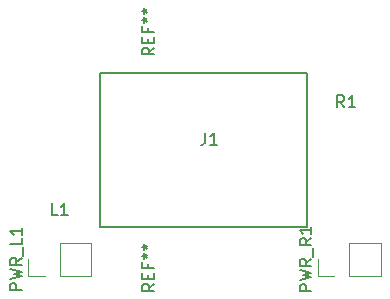
<source format=gto>
G04 #@! TF.FileFunction,Legend,Top*
%FSLAX46Y46*%
G04 Gerber Fmt 4.6, Leading zero omitted, Abs format (unit mm)*
G04 Created by KiCad (PCBNEW 4.0.6) date Sun May 21 15:13:49 2017*
%MOMM*%
%LPD*%
G01*
G04 APERTURE LIST*
%ADD10C,0.100000*%
%ADD11C,0.150000*%
%ADD12C,0.120000*%
G04 APERTURE END LIST*
D10*
D11*
X139150000Y-95500000D02*
X139150000Y-108500000D01*
X139150000Y-108500000D02*
X138900000Y-108500000D01*
X121650000Y-108500000D02*
X138900000Y-108500000D01*
X121650000Y-98100000D02*
X121650000Y-108500000D01*
X121650000Y-95500000D02*
X139150000Y-95500000D01*
X121650000Y-96800000D02*
X121650000Y-95500000D01*
X121650000Y-98100000D02*
X121650000Y-96850000D01*
D12*
X118270000Y-112640000D02*
X120930000Y-112640000D01*
X120930000Y-112640000D02*
X120930000Y-109860000D01*
X120930000Y-109860000D02*
X118270000Y-109860000D01*
X118270000Y-109860000D02*
X118270000Y-112640000D01*
X117000000Y-112640000D02*
X115610000Y-112640000D01*
X115610000Y-112640000D02*
X115610000Y-111250000D01*
X142770000Y-112640000D02*
X145430000Y-112640000D01*
X145430000Y-112640000D02*
X145430000Y-109860000D01*
X145430000Y-109860000D02*
X142770000Y-109860000D01*
X142770000Y-109860000D02*
X142770000Y-112640000D01*
X141500000Y-112640000D02*
X140110000Y-112640000D01*
X140110000Y-112640000D02*
X140110000Y-111250000D01*
D11*
X126252381Y-93333333D02*
X125776190Y-93666667D01*
X126252381Y-93904762D02*
X125252381Y-93904762D01*
X125252381Y-93523809D01*
X125300000Y-93428571D01*
X125347619Y-93380952D01*
X125442857Y-93333333D01*
X125585714Y-93333333D01*
X125680952Y-93380952D01*
X125728571Y-93428571D01*
X125776190Y-93523809D01*
X125776190Y-93904762D01*
X125728571Y-92904762D02*
X125728571Y-92571428D01*
X126252381Y-92428571D02*
X126252381Y-92904762D01*
X125252381Y-92904762D01*
X125252381Y-92428571D01*
X125728571Y-91666666D02*
X125728571Y-92000000D01*
X126252381Y-92000000D02*
X125252381Y-92000000D01*
X125252381Y-91523809D01*
X125252381Y-91000000D02*
X125490476Y-91000000D01*
X125395238Y-91238095D02*
X125490476Y-91000000D01*
X125395238Y-90761904D01*
X125680952Y-91142857D02*
X125490476Y-91000000D01*
X125680952Y-90857142D01*
X125252381Y-90238095D02*
X125490476Y-90238095D01*
X125395238Y-90476190D02*
X125490476Y-90238095D01*
X125395238Y-89999999D01*
X125680952Y-90380952D02*
X125490476Y-90238095D01*
X125680952Y-90095237D01*
X126252381Y-113333333D02*
X125776190Y-113666667D01*
X126252381Y-113904762D02*
X125252381Y-113904762D01*
X125252381Y-113523809D01*
X125300000Y-113428571D01*
X125347619Y-113380952D01*
X125442857Y-113333333D01*
X125585714Y-113333333D01*
X125680952Y-113380952D01*
X125728571Y-113428571D01*
X125776190Y-113523809D01*
X125776190Y-113904762D01*
X125728571Y-112904762D02*
X125728571Y-112571428D01*
X126252381Y-112428571D02*
X126252381Y-112904762D01*
X125252381Y-112904762D01*
X125252381Y-112428571D01*
X125728571Y-111666666D02*
X125728571Y-112000000D01*
X126252381Y-112000000D02*
X125252381Y-112000000D01*
X125252381Y-111523809D01*
X125252381Y-111000000D02*
X125490476Y-111000000D01*
X125395238Y-111238095D02*
X125490476Y-111000000D01*
X125395238Y-110761904D01*
X125680952Y-111142857D02*
X125490476Y-111000000D01*
X125680952Y-110857142D01*
X125252381Y-110238095D02*
X125490476Y-110238095D01*
X125395238Y-110476190D02*
X125490476Y-110238095D01*
X125395238Y-109999999D01*
X125680952Y-110380952D02*
X125490476Y-110238095D01*
X125680952Y-110095237D01*
X130566667Y-100552381D02*
X130566667Y-101266667D01*
X130519047Y-101409524D01*
X130423809Y-101504762D01*
X130280952Y-101552381D01*
X130185714Y-101552381D01*
X131566667Y-101552381D02*
X130995238Y-101552381D01*
X131280952Y-101552381D02*
X131280952Y-100552381D01*
X131185714Y-100695238D01*
X131090476Y-100790476D01*
X130995238Y-100838095D01*
X115062381Y-113845238D02*
X114062381Y-113845238D01*
X114062381Y-113464285D01*
X114110000Y-113369047D01*
X114157619Y-113321428D01*
X114252857Y-113273809D01*
X114395714Y-113273809D01*
X114490952Y-113321428D01*
X114538571Y-113369047D01*
X114586190Y-113464285D01*
X114586190Y-113845238D01*
X114062381Y-112940476D02*
X115062381Y-112702381D01*
X114348095Y-112511904D01*
X115062381Y-112321428D01*
X114062381Y-112083333D01*
X115062381Y-111130952D02*
X114586190Y-111464286D01*
X115062381Y-111702381D02*
X114062381Y-111702381D01*
X114062381Y-111321428D01*
X114110000Y-111226190D01*
X114157619Y-111178571D01*
X114252857Y-111130952D01*
X114395714Y-111130952D01*
X114490952Y-111178571D01*
X114538571Y-111226190D01*
X114586190Y-111321428D01*
X114586190Y-111702381D01*
X115157619Y-110940476D02*
X115157619Y-110178571D01*
X115062381Y-109464285D02*
X115062381Y-109940476D01*
X114062381Y-109940476D01*
X115062381Y-108607142D02*
X115062381Y-109178571D01*
X115062381Y-108892857D02*
X114062381Y-108892857D01*
X114205238Y-108988095D01*
X114300476Y-109083333D01*
X114348095Y-109178571D01*
X139562381Y-113940476D02*
X138562381Y-113940476D01*
X138562381Y-113559523D01*
X138610000Y-113464285D01*
X138657619Y-113416666D01*
X138752857Y-113369047D01*
X138895714Y-113369047D01*
X138990952Y-113416666D01*
X139038571Y-113464285D01*
X139086190Y-113559523D01*
X139086190Y-113940476D01*
X138562381Y-113035714D02*
X139562381Y-112797619D01*
X138848095Y-112607142D01*
X139562381Y-112416666D01*
X138562381Y-112178571D01*
X139562381Y-111226190D02*
X139086190Y-111559524D01*
X139562381Y-111797619D02*
X138562381Y-111797619D01*
X138562381Y-111416666D01*
X138610000Y-111321428D01*
X138657619Y-111273809D01*
X138752857Y-111226190D01*
X138895714Y-111226190D01*
X138990952Y-111273809D01*
X139038571Y-111321428D01*
X139086190Y-111416666D01*
X139086190Y-111797619D01*
X139657619Y-111035714D02*
X139657619Y-110273809D01*
X139562381Y-109464285D02*
X139086190Y-109797619D01*
X139562381Y-110035714D02*
X138562381Y-110035714D01*
X138562381Y-109654761D01*
X138610000Y-109559523D01*
X138657619Y-109511904D01*
X138752857Y-109464285D01*
X138895714Y-109464285D01*
X138990952Y-109511904D01*
X139038571Y-109559523D01*
X139086190Y-109654761D01*
X139086190Y-110035714D01*
X139562381Y-108511904D02*
X139562381Y-109083333D01*
X139562381Y-108797619D02*
X138562381Y-108797619D01*
X138705238Y-108892857D01*
X138800476Y-108988095D01*
X138848095Y-109083333D01*
X118079334Y-107524381D02*
X117603143Y-107524381D01*
X117603143Y-106524381D01*
X118936477Y-107524381D02*
X118365048Y-107524381D01*
X118650762Y-107524381D02*
X118650762Y-106524381D01*
X118555524Y-106667238D01*
X118460286Y-106762476D01*
X118365048Y-106810095D01*
X142337334Y-98380381D02*
X142004000Y-97904190D01*
X141765905Y-98380381D02*
X141765905Y-97380381D01*
X142146858Y-97380381D01*
X142242096Y-97428000D01*
X142289715Y-97475619D01*
X142337334Y-97570857D01*
X142337334Y-97713714D01*
X142289715Y-97808952D01*
X142242096Y-97856571D01*
X142146858Y-97904190D01*
X141765905Y-97904190D01*
X143289715Y-98380381D02*
X142718286Y-98380381D01*
X143004000Y-98380381D02*
X143004000Y-97380381D01*
X142908762Y-97523238D01*
X142813524Y-97618476D01*
X142718286Y-97666095D01*
M02*

</source>
